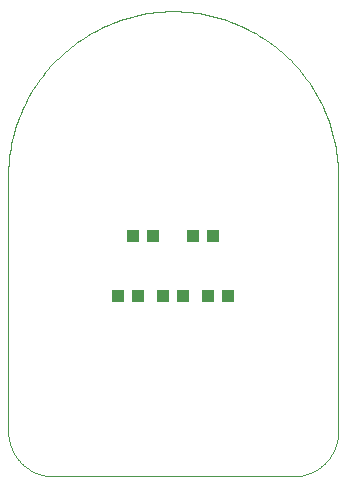
<source format=gtp>
G75*
%MOIN*%
%OFA0B0*%
%FSLAX25Y25*%
%IPPOS*%
%LPD*%
%AMOC8*
5,1,8,0,0,1.08239X$1,22.5*
%
%ADD10R,0.04331X0.03937*%
%ADD11C,0.00000*%
D10*
X0043054Y0079006D03*
X0049746Y0079006D03*
X0058054Y0079006D03*
X0064746Y0079006D03*
X0073054Y0079006D03*
X0079746Y0079006D03*
X0074746Y0099006D03*
X0068054Y0099006D03*
X0054746Y0099006D03*
X0048054Y0099006D03*
D11*
X0006400Y0119006D02*
X0006400Y0034006D01*
X0006404Y0033644D01*
X0006418Y0033281D01*
X0006439Y0032919D01*
X0006470Y0032558D01*
X0006509Y0032198D01*
X0006557Y0031839D01*
X0006614Y0031481D01*
X0006679Y0031124D01*
X0006753Y0030769D01*
X0006836Y0030416D01*
X0006927Y0030065D01*
X0007026Y0029717D01*
X0007134Y0029371D01*
X0007250Y0029027D01*
X0007375Y0028687D01*
X0007507Y0028350D01*
X0007648Y0028016D01*
X0007797Y0027685D01*
X0007954Y0027358D01*
X0008118Y0027035D01*
X0008290Y0026716D01*
X0008470Y0026402D01*
X0008658Y0026091D01*
X0008853Y0025786D01*
X0009055Y0025485D01*
X0009265Y0025189D01*
X0009481Y0024899D01*
X0009705Y0024613D01*
X0009935Y0024333D01*
X0010172Y0024059D01*
X0010416Y0023791D01*
X0010666Y0023528D01*
X0010922Y0023272D01*
X0011185Y0023022D01*
X0011453Y0022778D01*
X0011727Y0022541D01*
X0012007Y0022311D01*
X0012293Y0022087D01*
X0012583Y0021871D01*
X0012879Y0021661D01*
X0013180Y0021459D01*
X0013485Y0021264D01*
X0013796Y0021076D01*
X0014110Y0020896D01*
X0014429Y0020724D01*
X0014752Y0020560D01*
X0015079Y0020403D01*
X0015410Y0020254D01*
X0015744Y0020113D01*
X0016081Y0019981D01*
X0016421Y0019856D01*
X0016765Y0019740D01*
X0017111Y0019632D01*
X0017459Y0019533D01*
X0017810Y0019442D01*
X0018163Y0019359D01*
X0018518Y0019285D01*
X0018875Y0019220D01*
X0019233Y0019163D01*
X0019592Y0019115D01*
X0019952Y0019076D01*
X0020313Y0019045D01*
X0020675Y0019024D01*
X0021038Y0019010D01*
X0021400Y0019006D01*
X0101400Y0019006D01*
X0101762Y0019010D01*
X0102125Y0019024D01*
X0102487Y0019045D01*
X0102848Y0019076D01*
X0103208Y0019115D01*
X0103567Y0019163D01*
X0103925Y0019220D01*
X0104282Y0019285D01*
X0104637Y0019359D01*
X0104990Y0019442D01*
X0105341Y0019533D01*
X0105689Y0019632D01*
X0106035Y0019740D01*
X0106379Y0019856D01*
X0106719Y0019981D01*
X0107056Y0020113D01*
X0107390Y0020254D01*
X0107721Y0020403D01*
X0108048Y0020560D01*
X0108371Y0020724D01*
X0108690Y0020896D01*
X0109004Y0021076D01*
X0109315Y0021264D01*
X0109620Y0021459D01*
X0109921Y0021661D01*
X0110217Y0021871D01*
X0110507Y0022087D01*
X0110793Y0022311D01*
X0111073Y0022541D01*
X0111347Y0022778D01*
X0111615Y0023022D01*
X0111878Y0023272D01*
X0112134Y0023528D01*
X0112384Y0023791D01*
X0112628Y0024059D01*
X0112865Y0024333D01*
X0113095Y0024613D01*
X0113319Y0024899D01*
X0113535Y0025189D01*
X0113745Y0025485D01*
X0113947Y0025786D01*
X0114142Y0026091D01*
X0114330Y0026402D01*
X0114510Y0026716D01*
X0114682Y0027035D01*
X0114846Y0027358D01*
X0115003Y0027685D01*
X0115152Y0028016D01*
X0115293Y0028350D01*
X0115425Y0028687D01*
X0115550Y0029027D01*
X0115666Y0029371D01*
X0115774Y0029717D01*
X0115873Y0030065D01*
X0115964Y0030416D01*
X0116047Y0030769D01*
X0116121Y0031124D01*
X0116186Y0031481D01*
X0116243Y0031839D01*
X0116291Y0032198D01*
X0116330Y0032558D01*
X0116361Y0032919D01*
X0116382Y0033281D01*
X0116396Y0033644D01*
X0116400Y0034006D01*
X0116400Y0119006D01*
X0116384Y0120345D01*
X0116335Y0121684D01*
X0116253Y0123021D01*
X0116139Y0124355D01*
X0115993Y0125687D01*
X0115814Y0127014D01*
X0115603Y0128337D01*
X0115359Y0129654D01*
X0115084Y0130965D01*
X0114777Y0132268D01*
X0114438Y0133564D01*
X0114068Y0134851D01*
X0113667Y0136129D01*
X0113234Y0137397D01*
X0112771Y0138654D01*
X0112277Y0139899D01*
X0111753Y0141132D01*
X0111200Y0142351D01*
X0110616Y0143557D01*
X0110004Y0144748D01*
X0109363Y0145924D01*
X0108693Y0147084D01*
X0107995Y0148227D01*
X0107270Y0149353D01*
X0106517Y0150461D01*
X0105738Y0151551D01*
X0104932Y0152621D01*
X0104101Y0153671D01*
X0103244Y0154700D01*
X0102362Y0155709D01*
X0101457Y0156695D01*
X0100527Y0157659D01*
X0099574Y0158601D01*
X0098599Y0159519D01*
X0097601Y0160412D01*
X0096582Y0161282D01*
X0095542Y0162126D01*
X0094482Y0162944D01*
X0093402Y0163737D01*
X0092304Y0164503D01*
X0091186Y0165242D01*
X0090052Y0165954D01*
X0088900Y0166637D01*
X0087732Y0167293D01*
X0086548Y0167920D01*
X0085350Y0168518D01*
X0084137Y0169086D01*
X0082911Y0169625D01*
X0081672Y0170134D01*
X0080421Y0170612D01*
X0079158Y0171060D01*
X0077886Y0171477D01*
X0076603Y0171863D01*
X0075311Y0172218D01*
X0074011Y0172541D01*
X0072704Y0172832D01*
X0071390Y0173091D01*
X0070070Y0173318D01*
X0068745Y0173513D01*
X0067415Y0173676D01*
X0066082Y0173806D01*
X0064747Y0173904D01*
X0063409Y0173969D01*
X0062070Y0174002D01*
X0060730Y0174002D01*
X0059391Y0173969D01*
X0058053Y0173904D01*
X0056718Y0173806D01*
X0055385Y0173676D01*
X0054055Y0173513D01*
X0052730Y0173318D01*
X0051410Y0173091D01*
X0050096Y0172832D01*
X0048789Y0172541D01*
X0047489Y0172218D01*
X0046197Y0171863D01*
X0044914Y0171477D01*
X0043642Y0171060D01*
X0042379Y0170612D01*
X0041128Y0170134D01*
X0039889Y0169625D01*
X0038663Y0169086D01*
X0037450Y0168518D01*
X0036252Y0167920D01*
X0035068Y0167293D01*
X0033900Y0166637D01*
X0032748Y0165954D01*
X0031614Y0165242D01*
X0030496Y0164503D01*
X0029398Y0163737D01*
X0028318Y0162944D01*
X0027258Y0162126D01*
X0026218Y0161282D01*
X0025199Y0160412D01*
X0024201Y0159519D01*
X0023226Y0158601D01*
X0022273Y0157659D01*
X0021343Y0156695D01*
X0020438Y0155709D01*
X0019556Y0154700D01*
X0018699Y0153671D01*
X0017868Y0152621D01*
X0017062Y0151551D01*
X0016283Y0150461D01*
X0015530Y0149353D01*
X0014805Y0148227D01*
X0014107Y0147084D01*
X0013437Y0145924D01*
X0012796Y0144748D01*
X0012184Y0143557D01*
X0011600Y0142351D01*
X0011047Y0141132D01*
X0010523Y0139899D01*
X0010029Y0138654D01*
X0009566Y0137397D01*
X0009133Y0136129D01*
X0008732Y0134851D01*
X0008362Y0133564D01*
X0008023Y0132268D01*
X0007716Y0130965D01*
X0007441Y0129654D01*
X0007197Y0128337D01*
X0006986Y0127014D01*
X0006807Y0125687D01*
X0006661Y0124355D01*
X0006547Y0123021D01*
X0006465Y0121684D01*
X0006416Y0120345D01*
X0006400Y0119006D01*
M02*

</source>
